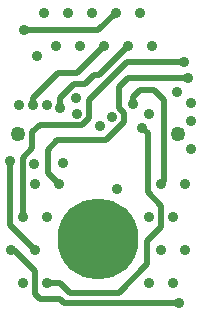
<source format=gbr>
G04 start of page 4 for group 2 idx 2 *
G04 Title: (unknown), signal2 *
G04 Creator: pcb 20110918 *
G04 CreationDate: Tue Nov 19 21:14:11 2013 UTC *
G04 For: fosse *
G04 Format: Gerber/RS-274X *
G04 PCB-Dimensions: 72000 152000 *
G04 PCB-Coordinate-Origin: lower left *
%MOIN*%
%FSLAX25Y25*%
%LNGROUP2*%
%ADD30C,0.0354*%
%ADD29C,0.1160*%
%ADD28C,0.0360*%
%ADD27C,0.0494*%
%ADD26C,0.2700*%
%ADD25C,0.0200*%
G54D25*X23400Y101600D02*Y105100D01*
X28000Y109700D01*
X31600D01*
X14400Y105000D02*X22700Y113300D01*
X28800D01*
X14400Y102800D02*Y105000D01*
X32800Y104500D02*Y98300D01*
X30600Y96100D01*
X16600D01*
X31600Y109700D02*X34600Y112700D01*
X36200D01*
X46000Y122500D01*
X45500Y117200D02*X32800Y104500D01*
X28800Y113300D02*X38000Y122500D01*
X36100Y127600D02*X42000Y133500D01*
X11400Y127600D02*X36100D01*
X43100Y101800D02*X44700Y100200D01*
Y96900D01*
X38700Y90900D01*
X22400D01*
X6700Y62800D02*X15000Y54500D01*
X7000D02*X7900D01*
X10800Y65700D02*X11000Y65500D01*
X7900Y54500D02*X15100Y47300D01*
Y39600D01*
X16600Y38100D01*
Y96100D02*X14100Y93600D01*
Y88400D01*
X22400Y90900D02*X19300Y87800D01*
X14100Y88400D02*X10800Y85100D01*
Y65700D01*
X6700Y83900D02*Y62800D01*
X19300Y87800D02*Y80200D01*
X23000Y76500D01*
X66000Y111600D02*X45900D01*
X43100Y108800D02*Y101800D01*
X64700Y117200D02*X45500D01*
X45900Y111600D02*X43100Y108800D01*
X47500Y102900D02*Y105500D01*
X49800Y107800D01*
X54700D01*
X58000Y104500D01*
Y77500D01*
X57000Y76500D01*
X52600Y73600D02*Y93300D01*
X50700Y95200D01*
X19000Y43500D02*X23300D01*
X26700Y40100D01*
X42900D01*
X52400Y49600D01*
Y57400D01*
X57100Y62100D01*
Y69100D01*
X52600Y73600D01*
X16600Y38100D02*X23200D01*
X24600Y36700D01*
X62900D01*
G54D26*X36000Y58000D03*
G54D27*X62575Y93205D03*
X9425D03*
G54D28*X30000Y122500D03*
X34000Y133500D03*
X26000D03*
X9600Y102700D03*
X14400Y102800D03*
X23400Y101600D03*
X18900Y102600D03*
X28800Y99600D03*
X28600Y104900D03*
X18000Y133500D03*
X22000Y122500D03*
X15500Y119200D03*
X11400Y127600D03*
X38000Y122500D03*
X46000D03*
X54000D03*
X50000Y133500D03*
X42000D03*
X66000Y111600D03*
X66800Y103300D03*
X67100Y88200D03*
Y97500D03*
X64600Y117200D03*
X62200Y106900D03*
X40600Y98700D03*
X36600Y95800D03*
X53100Y99600D03*
X50700Y95200D03*
X47500Y102900D03*
X65000Y76500D03*
X61000Y65500D03*
X53000D03*
X57000Y54500D03*
X65000D03*
X57000Y76500D03*
X53000Y43500D03*
X61000D03*
X62900Y36700D03*
X11000Y65500D03*
X19000D03*
X15000Y54500D03*
X7000D03*
X11000Y43500D03*
X19000D03*
X15000Y76500D03*
X14700Y83100D03*
X6700Y83900D03*
X24200Y83400D03*
X23000Y76500D03*
X42299Y74801D03*
G54D25*G54D29*G54D30*M02*

</source>
